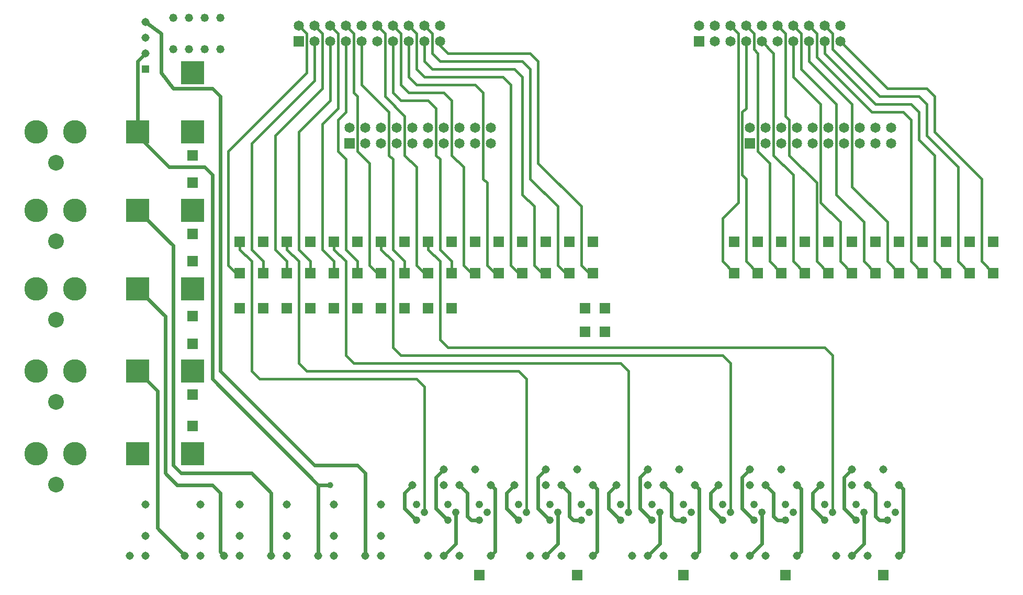
<source format=gtl>
G04 Output by ViewMate Deluxe V11.0.9  PentaLogix LLC*
G04 Fri Jan 30 18:24:21 2015*
%FSTAX26Y26*%
%MOIN*%
%IPPOS*%
%ADD10C,0.15*%
%ADD11C,0.1*%
%ADD12R,0.15X0.15*%
%ADD13R,0.0709X0.0709*%
%ADD14R,0.0515X0.0515*%
%ADD15C,0.0515*%
%ADD16C,0.0476*%
%ADD17R,0.065X0.065*%
%ADD18C,0.065*%
%ADD19C,0.052*%
%ADD113C,0.024*%
%ADD114C,0.0396*%
%ADD115C,0.016*%

%LPD*%
X0Y0D2*D113*G1X0286Y00835D2*X0281Y00785D1*X0296Y00735D2*X0301Y00685D1*X0301Y00535*X03035Y0051*X03085Y0051*X0331Y00735D2*X0326Y00685D1*X0346Y00585D2*X0346Y00785D1*X0351Y00835*X0361Y00735D2*X0366Y00685D1*X0366Y00535*X03685Y0051*X03735Y0051*X0396Y00735D2*X0391Y00685D1*X0411Y00585D2*X0411Y00785D1*X0416Y00835*X0426Y00735D2*X0431Y00685D1*X0431Y00535*X04335Y0051*X04385Y0051*X0461Y00735D2*X0456Y00685D1*X0476Y00585D2*X0476Y00785D1*X0481Y00835*X0491Y00735D2*X0496Y00685D1*X0496Y00535*X04985Y0051*X05035Y0051*X0526Y00735D2*X0521Y00685D1*X0546Y00835D2*X0541Y00785D1*X0541Y00585*X05685Y0051D2*X05635Y0051D1*X0561Y00535*X0561Y00685*X0556Y00735*X0576Y00735D2*X05785Y0071D1*X05785Y0031*X0576Y00285*X0546Y00285D2*X05535Y0036D1*X05535Y0056*X0541Y00585D2*X05485Y0051D1*X05285Y0051D2*X0521Y00585D1*X0521Y00685*X0511Y00735D2*X05135Y0071D1*X05135Y0031*X0511Y00285*X0481Y00285D2*X04885Y0036D1*X04885Y0056*X0476Y00585D2*X04835Y0051D1*X04635Y0051D2*X0456Y00585D1*X0456Y00685*X0446Y00735D2*X04485Y0071D1*X04485Y0031*X0446Y00285*X0416Y00285D2*X04235Y0036D1*X04235Y0056*X0411Y00585D2*X04185Y0051D1*X03985Y0051D2*X0391Y00585D1*X0391Y00685*X0381Y00735D2*X03835Y0071D1*X03835Y0031*X0381Y00285*X0351Y00285D2*X03585Y0036D1*X03585Y0056*X0346Y00585D2*X03535Y0051D1*X03335Y0051D2*X0326Y00585D1*X0326Y00685*X0316Y00735D2*X03185Y0071D1*X03185Y0031*X0316Y00285*X0286Y00285D2*X02935Y0036D1*X02935Y0056*X02885Y0051D2*X0281Y00585D1*X0281Y00785*X0266Y00735D2*X0261Y00685D1*X0261Y00585*X02685Y0051*X0121Y00285D2*X01035Y0046D1*X01035Y01335*X0091Y0146*X0091Y01985D2*X01085Y0181D1*X01085Y0081*X0116Y00735*X01385Y00735*X01435Y00685*X01435Y0031*X0146Y00285*X0176Y00285D2*X0176Y00685D1*X01635Y0081*X01185Y0081*X01135Y0086*X01135Y0226*X0091Y02485*X0106Y0361D2*X0096Y03685D1*X0096Y03485D2*X0091Y03435D1*X0091Y02985*X0091Y0296*X0111Y0276*X01335Y0276*X01385Y0271*X01385Y0141*X0206Y00735*X02135Y00735D2*X0206Y00735D1*X0206Y00285*X0236Y00285D2*X0236Y0081D1*X0231Y0086*X02035Y0086*X01435Y0146*X01435Y0321*X01385Y0326*X01135Y0326*X0106Y0336*X0106Y0361*D115*X06285Y0216D2*X0636Y02085D1*X05985Y0216D2*X0606Y02085D1*X0546Y02085D2*X05385Y0216D1*X05385Y0241*X0526Y02535*X0526Y0316*X05085Y03335*X05085Y0356*X05385Y0356D2*X05685Y0326D1*X05935Y0326*X05985Y0321*X05985Y02985*X06285Y02685*X06285Y0216*X0621Y02085D2*X06135Y0216D1*X06135Y0276*X05935Y0296*X05935Y0316*X05885Y0321*X05635Y0321*X05335Y0351*X05335Y0361*X05285Y0366*X05235Y0361D2*X05185Y0366D1*X05285Y0356D2*X05285Y03485D1*X0561Y0316*X05835Y0316*X05885Y0311*X05885Y02935*X05985Y02835*X05985Y0216*X0591Y02085D2*X05835Y0216D1*X05835Y0306*X05785Y0311*X05585Y0311*X05235Y0346*X05235Y0361*X05185Y0356D2*X05185Y03435D1*X0546Y0316*X0546Y02635*X05685Y0241*X05685Y0216*X0576Y02085*X0561Y02085D2*X05535Y0216D1*X05535Y0241*X0536Y02585*X0536Y0316*X05135Y03385*X05135Y0361*X05085Y0366*X04985Y0366D2*X05035Y0361D1*X05035Y03085*X0506Y0306*X0506Y02835*X05235Y0266*X05235Y0216*X0531Y02085*X0486Y02085D2*X04785Y0216D1*X04785Y02685*X0476Y0271*X0476Y0311*X04785Y03135*X04785Y0356*X04885Y0356D2*X0496Y03485D1*X0496Y02835*X05085Y0271*X05085Y0216*X0516Y02085*X0501Y02085D2*X04935Y0216D1*X04935Y02785*X0486Y0286*X0486Y03485*X04835Y0351*X04835Y0361*X04785Y0366*X04685Y0366D2*X04735Y0361D1*X04735Y02535*X04635Y02435*X04635Y0216*X0471Y02085*X0381Y02085D2*X03785Y02085D1*X03735Y02135*X0351Y02085D2*X03485Y02085D1*X03435Y02135*X0261Y0216D2*X0261Y02085D1*X0246Y02235D2*X0246Y02285D1*X0261Y0216D2*X02535Y02235D1*X0276Y02285D2*X0276Y02235D1*X02835Y0216*X02985Y02135D2*X03035Y02085D1*X0306Y02085*X0321Y02085D2*X03185Y02085D1*X03135Y02135*X03135Y0266*X0311Y02685*X0311Y03235*X0306Y03285*X02685Y03285*X02635Y03335*X02635Y0356*X02835Y0356D2*X02835Y03535D1*X02885Y03485*X0341Y03485*X0346Y03435*X0346Y02785*X03735Y0251*X03735Y02135*X0366Y02085D2*X03635Y02085D1*X03585Y02135*X03585Y0251*X0341Y02685*X0341Y03385*X0336Y03435*X02835Y03435*X02785Y03485*X02785Y0361*X02735Y0366*X02735Y0356D2*X02735Y03435D1*X02785Y03385*X0331Y03385*X0336Y03335*X0336Y02585*X03435Y0251*X03435Y02135*X0336Y02085D2*X03335Y02085D1*X03285Y02135*X03285Y03285*X03235Y03335*X02735Y03335*X02685Y03385*X02685Y0361*X02635Y0366*X02535Y0366D2*X02585Y0361D1*X02585Y03285*X02635Y03235*X0286Y03235*X0291Y03185*X0291Y02835*X02985Y0276*X02985Y02135*X0291Y02085D2*X0291Y0216D1*X02835Y02235*X02835Y0281*X0281Y02835*X0281Y03135*X0276Y03185*X02585Y03185*X02535Y03235*X02535Y0356*X02135Y0356D2*X02135Y03185D1*X01935Y02985*X01935Y02235*X0201Y0216*X0201Y02085*X0186Y02085D2*X0186Y0216D1*X01785Y02235*X0186Y02285D2*X0186Y02235D1*X01935Y0216*X01935Y0151*X01985Y0146*X03335Y0146*X03385Y0141*X03385Y0056*X05335Y0056D2*X05335Y0156D1*X05285Y0161*X02885Y0161*X02835Y0166*X02835Y0216*X0276Y02085D2*X02735Y02085D1*X02685Y02135*X02685Y0276*X0261Y02835*X0261Y03085*X02485Y0321*X02485Y0361*X02435Y0366*X02335Y0356D2*X02335Y03285D1*X0251Y0311*X0251Y02835*X02535Y0281*X02535Y02235*X0246Y02235D2*X02535Y0216D1*X0231Y02085D2*X0231Y0216D1*X02235Y02235*X02235Y0216D2*X02235Y0156D1*X02285Y0151*X03985Y0151*X04035Y0146*X04035Y0056*X04685Y0056D2*X04685Y0151D1*X04635Y0156*X02585Y0156*X02535Y0161*X02535Y0216*X0246Y02085D2*X02435Y02085D1*X02385Y02135*X02385Y02785*X0231Y0286*X0231Y0321*X02285Y03235*X02285Y0361*X02235Y0366*X02235Y0356D2*X02235Y0311D1*X02185Y0306*X02185Y0286*X02235Y0281*X02235Y02235*X0216Y02285D2*X0216Y02235D1*X02235Y0216*X0216Y02085D2*X0216Y0216D1*X02085Y02235*X02085Y03035*X02185Y03135*X02185Y0361*X02135Y0366*X02035Y0366D2*X02085Y0361D1*X02085Y0326*X01785Y0296*X01785Y02235*X01635Y02235D2*X0171Y0216D1*X0171Y02085*X0156Y02085D2*X01535Y02085D1*X01485Y02135*X01485Y0286*X01985Y0336*X01985Y0361*X01935Y0366*X02035Y0356D2*X02035Y0331D1*X01635Y0291*X01635Y02235*X0156Y02285D2*X0156Y02235D1*X01635Y0216*X01635Y0146*X01685Y0141*X02685Y0141*X02735Y0136*X02735Y0056*D10*X0051Y02985D3*X00262Y02985D3*X00262Y02485D3*X0051Y02485D3*X0051Y01985D3*X00262Y01985D3*X00262Y0146D3*X0051Y0146D3*X0051Y00935D3*X00262Y00935D3*D11*X00388Y007381D3*X00388Y012631D3*X00388Y017881D3*X00388Y022881D3*X00388Y027881D3*D12*X0126Y0336D3*X0126Y02985D3*X0091Y02985D3*X0091Y02485D3*X0126Y02485D3*X0126Y01985D3*X0091Y01985D3*X0091Y0146D3*X0126Y0146D3*X0126Y00935D3*X0091Y00935D3*D13*X0566Y0016D3*X05035Y0016D3*X04385Y0016D3*X0371Y0016D3*X03085Y0016D3*X0126Y0111D3*X0126Y0131D3*X0126Y01635D3*X0126Y0181D3*X0471Y02285D3*X0486Y02285D3*X0501Y02285D3*X0516Y02285D3*X0531Y02285D3*X0546Y02285D3*X0561Y02285D3*X0576Y02285D3*X0591Y02285D3*X0606Y02285D3*X0621Y02285D3*X0636Y02285D3*X0636Y02085D3*X0621Y02085D3*X0606Y02085D3*X0591Y02085D3*X0576Y02085D3*X0561Y02085D3*X0546Y02085D3*X0531Y02085D3*X0516Y02085D3*X0501Y02085D3*X0486Y02085D3*X0471Y02085D3*X0376Y0171D3*X03885Y0171D3*X03885Y0186D3*X0376Y0186D3*X0291Y0186D3*X0276Y0186D3*X0261Y0186D3*X0246Y0186D3*X0231Y0186D3*X0216Y0186D3*X0201Y0186D3*X0186Y0186D3*X0171Y0186D3*X0156Y0186D3*X0156Y02285D3*X0171Y02285D3*X0186Y02285D3*X0201Y02285D3*X0216Y02285D3*X0231Y02285D3*X0246Y02285D3*X0261Y02285D3*X0276Y02285D3*X0291Y02285D3*X0306Y02285D3*X0321Y02285D3*X0336Y02285D3*X0351Y02285D3*X0366Y02285D3*X0381Y02285D3*X0381Y02085D3*X0366Y02085D3*X0351Y02085D3*X0336Y02085D3*X0321Y02085D3*X0306Y02085D3*X0291Y02085D3*X0276Y02085D3*X0261Y02085D3*X0246Y02085D3*X0231Y02085D3*X0216Y02085D3*X0201Y02085D3*X0186Y02085D3*X0171Y02085D3*X0156Y02085D3*X0126Y0216D3*X0126Y02335D3*X0126Y0266D3*X0126Y02835D3*D14*X0096Y03385D3*D15*X0096Y03685D3*X0096Y03585D3*X0096Y03485D3*X0096Y0061D3*X0131Y0061D3*X0156Y0061D3*X0186Y0061D3*X0216Y0061D3*X0276Y00285D3*X0286Y00285D3*X0296Y00285D3*X0316Y00285D3*X0341Y00285D3*X0351Y00285D3*X0361Y00285D3*X0381Y00285D3*X0406Y00285D3*X0416Y00285D3*X0426Y00285D3*X0446Y00285D3*X0471Y00285D3*X0481Y00285D3*X0491Y00285D3*X0511Y00285D3*X0536Y00285D3*X0546Y00285D3*X0556Y00285D3*X0576Y00285D3*X0576Y00735D3*X0566Y00835D3*X0546Y00835D3*X0556Y00735D3*X0546Y00735D3*X0526Y00735D3*X0511Y00735D3*X0501Y00835D3*X0481Y00835D3*X0491Y00735D3*X0481Y00735D3*X0461Y00735D3*X0446Y00735D3*X0436Y00835D3*X0416Y00835D3*X0426Y00735D3*X0416Y00735D3*X0396Y00735D3*X0381Y00735D3*X0371Y00835D3*X0351Y00835D3*X0361Y00735D3*X0351Y00735D3*X0331Y00735D3*X0316Y00735D3*X0306Y00835D3*X0296Y00735D3*X0286Y00835D3*X0286Y00735D3*X0266Y00735D3*X0246Y0061D3*X0246Y0041D3*X0246Y00285D3*X0236Y00285D3*X0216Y0041D3*X0216Y00285D3*X0206Y00285D3*X0186Y0041D3*X0186Y00285D3*X0176Y00285D3*X0156Y0041D3*X0156Y00285D3*X0146Y00285D3*X0131Y0041D3*X0131Y00285D3*X0121Y00285D3*X0096Y0041D3*X0096Y00285D3*X0086Y00285D3*D16*X05685Y0051D3*X05735Y0056D3*X05685Y0061D3*X05485Y0061D3*X05535Y0056D3*X05485Y0051D3*X05285Y0051D3*X05335Y0056D3*X05285Y0061D3*X05035Y0061D3*X05085Y0056D3*X05035Y0051D3*X04835Y0051D3*X04885Y0056D3*X04835Y0061D3*X04635Y0061D3*X04685Y0056D3*X04635Y0051D3*X04385Y0051D3*X04435Y0056D3*X04385Y0061D3*X04185Y0061D3*X04235Y0056D3*X04185Y0051D3*X03985Y0051D3*X04035Y0056D3*X03985Y0061D3*X03735Y0061D3*X03785Y0056D3*X03735Y0051D3*X03535Y0051D3*X03585Y0056D3*X03535Y0061D3*X03335Y0061D3*X03385Y0056D3*X03335Y0051D3*X03085Y0051D3*X03135Y0056D3*X03085Y0061D3*X02885Y0061D3*X02935Y0056D3*X02885Y0051D3*X02685Y0051D3*X02735Y0056D3*X02685Y0061D3*D17*X01935Y0356D3*X0226Y0291D3*X04485Y0356D3*X0481Y0291D3*D18*X0541Y0301D3*X0551Y0301D3*X0561Y0301D3*X0571Y0301D3*X0571Y0291D3*X0561Y0291D3*X0551Y0291D3*X0541Y0291D3*X0531Y0291D3*X0521Y0291D3*X0511Y0291D3*X0501Y0291D3*X0491Y0291D3*X0481Y0301D3*X0491Y0301D3*X0501Y0301D3*X0511Y0301D3*X0521Y0301D3*X0531Y0301D3*X05285Y0356D3*X05385Y0356D3*X05385Y0366D3*X05285Y0366D3*X05085Y0366D3*X05185Y0366D3*X05185Y0356D3*X05085Y0356D3*X04885Y0356D3*X04985Y0356D3*X04985Y0366D3*X04885Y0366D3*X04685Y0366D3*X04785Y0366D3*X04785Y0356D3*X04685Y0356D3*X04585Y0356D3*X04585Y0366D3*X04485Y0366D3*X0296Y0301D3*X0306Y0301D3*X0316Y0301D3*X0316Y0291D3*X0306Y0291D3*X0296Y0291D3*X0286Y0291D3*X0276Y0291D3*X0266Y0291D3*X0256Y0291D3*X0246Y0291D3*X0236Y0291D3*X0226Y0301D3*X0236Y0301D3*X0246Y0301D3*X0256Y0301D3*X0266Y0301D3*X0276Y0301D3*X0286Y0301D3*X02835Y0356D3*X02835Y0366D3*X02635Y0366D3*X02735Y0366D3*X02735Y0356D3*X02635Y0356D3*X02435Y0356D3*X02535Y0356D3*X02535Y0366D3*X02435Y0366D3*X02235Y0366D3*X02335Y0366D3*X02335Y0356D3*X02235Y0356D3*X02135Y0356D3*X02135Y0366D3*X01935Y0366D3*X02035Y0366D3*X02035Y0356D3*D19*X01435Y0371D3*X01335Y0371D3*X01235Y0371D3*X01135Y0371D3*X01135Y0351D3*X01235Y0351D3*X01335Y0351D3*X01435Y0351D3*D114*X02135Y00735D3*X0Y0D2*M02*
</source>
